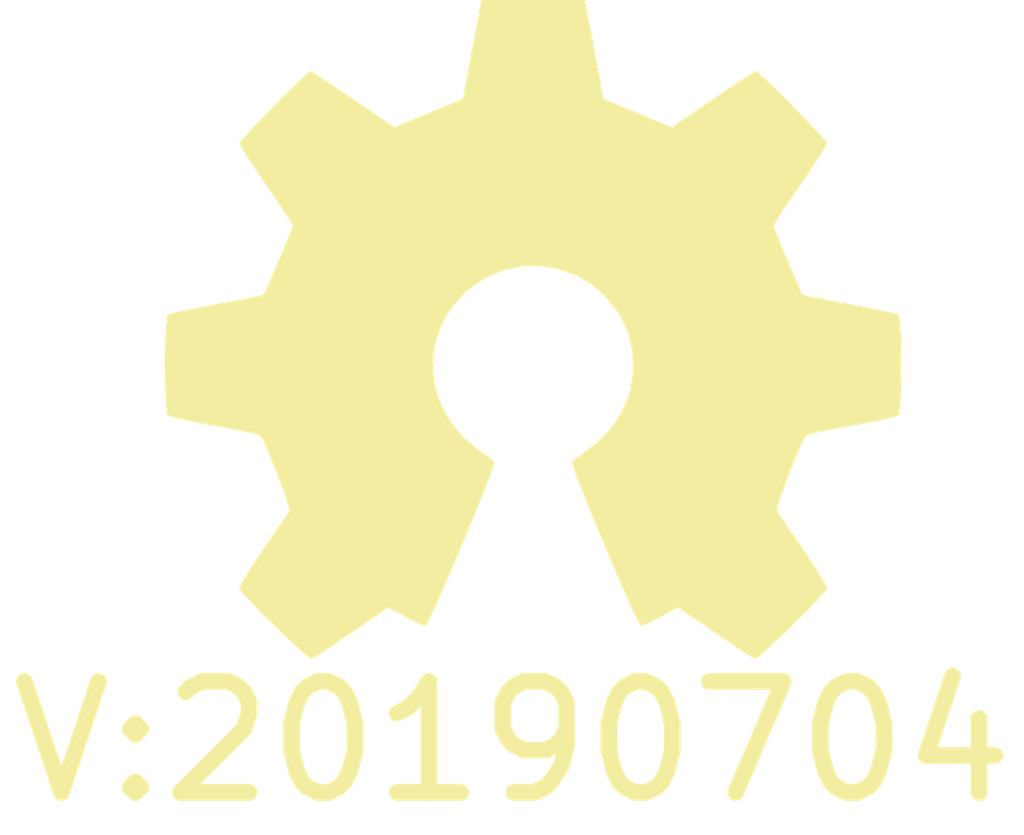
<source format=kicad_pcb>
(kicad_pcb (version 20240108) (generator "pcbnew") (generator_version "8.0")
  (layers (0 "F.Cu" signal) (1 "In1.Cu" signal) (2 "In2.Cu" signal) (31 "B.Cu" signal) (34 "B.Paste" user) (35 "F.Paste" user) (36 "B.SilkS" user "B.Silkscreen") (37 "F.SilkS" user "F.Silkscreen") (38 "B.Mask" user) (39 "F.Mask" user) (44 "Edge.Cuts" user))
  (net 0 "")
  (footprint "Symbols:OSHW-Symbol_6.7x6mm_SilkScreen" (layer "F.Cu") (at 148 101)
    (property "Reference" "N1" (hide yes))
    (property "Value" "OHWLOGO" (hide yes))
    (fp_poly (pts (xy 0.555814 -2.531069) (xy 0.639635 -2.086445) (xy 0.94892 -1.958947) (xy 1.258206 -1.831449) (xy 1.629246 -2.083754) (xy 1.733157 -2.154004) (xy 1.827087 -2.216728) (xy 1.906652 -2.269062) (xy 1.96747 -2.308143) (xy 2.005157 -2.331107) (xy 2.015421 -2.336058) (xy 2.03391 -2.323324) (xy 2.07342 -2.288118) (xy 2.129522 -2.234938) (xy 2.197787 -2.168282) (xy 2.273786 -2.092646) (xy 2.353092 -2.012528) (xy 2.431275 -1.932426) (xy 2.503907 -1.856836) (xy 2.566559 -1.790255) (xy 2.614803 -1.737182) (xy 2.64421 -1.702113) (xy 2.651241 -1.690377) (xy 2.641123 -1.66874) (xy 2.612759 -1.621338) (xy 2.569129 -1.552807) (xy 2.513218 -1.467785) (xy 2.448006 -1.370907) (xy 2.410219 -1.31565) (xy 2.341343 -1.214752) (xy 2.28014 -1.123701) (xy 2.229578 -1.04703) (xy 2.192628 -0.989272) (xy 2.172258 -0.954957) (xy 2.169197 -0.947746) (xy 2.176136 -0.927252) (xy 2.195051 -0.879487) (xy 2.223087 -0.811168) (xy 2.257391 -0.729011) (xy 2.295109 -0.63973) (xy 2.333387 -0.550042) (xy 2.36937 -0.466662) (xy 2.400206 -0.396306) (xy 2.423039 -0.34569) (xy 2.435017 -0.321529) (xy 2.435724 -0.320578) (xy 2.454531 -0.315964) (xy 2.504618 -0.305672) (xy 2.580793 -0.290713) (xy 2.677865 -0.272099) (xy 2.790643 -0.250841) (xy 2.856442 -0.238582) (xy 2.97695 -0.215638) (xy 3.085797 -0.193805) (xy 3.177476 -0.174278) (xy 3.246481 -0.158252) (xy 3.287304 -0.146921) (xy 3.295511 -0.143326) (xy 3.303548 -0.118994) (xy 3.310033 -0.064041) (xy 3.31497 0.015108) (xy 3.318364 0.112026) (xy 3.320218 0.220287) (xy 3.320538 0.333465) (xy 3.319327 0.445135) (xy 3.31659 0.548868) (xy 3.312331 0.638241) (xy 3.306555 0.706826) (xy 3.299267 0.748197) (xy 3.294895 0.75681) (xy 3.268764 0.767133) (xy 3.213393 0.781892) (xy 3.136107 0.799352) (xy 3.04423 0.81778) (xy 3.012158 0.823741) (xy 2.857524 0.852066) (xy 2.735375 0.874876) (xy 2.641673 0.89308) (xy 2.572384 0.907583) (xy 2.523471 0.919292) (xy 2.490897 0.929115) (xy 2.470628 0.937956) (xy 2.458626 0.946724) (xy 2.456947 0.948457) (xy 2.440184 0.976371) (xy 2.414614 1.030695) (xy 2.382788 1.104777) (xy 2.34726 1.191965) (xy 2.310583 1.285608) (xy 2.275311 1.379052) (xy 2.243996 1.465647) (xy 2.219193 1.53874) (xy 2.203454 1.591678) (xy 2.199332 1.617811) (xy 2.199676 1.618726) (xy 2.213641 1.640086) (xy 2.245322 1.687084) (xy 2.291391 1.754827) (xy 2.348518 1.838423) (xy 2.413373 1.932982) (xy 2.431843 1.959854) (xy 2.497699 2.057275) (xy 2.55565 2.146163) (xy 2.602538 2.221412) (xy 2.635207 2.27792) (xy 2.6505 2.310581) (xy 2.651241 2.314593) (xy 2.638392 2.335684) (xy 2.602888 2.377464) (xy 2.549293 2.435445) (xy 2.482171 2.505135) (xy 2.406087 2.582045) (xy 2.325604 2.661683) (xy 2.245287 2.739561) (xy 2.169699 2.811186) (xy 2.103405 2.87207) (xy 2.050969 2.917721) (xy 2.016955 2.94365) (xy 2.007545 2.947883) (xy 1.985643 2.937912) (xy 1.9408 2.91102) (xy 1.880321 2.871736) (xy 1.833789 2.840117) (xy 1.749475 2.782098) (xy 1.649626 2.713784) (xy 1.549473 2.645579) (xy 1.495627 2.609075) (xy 1.313371 2.4858) (xy 1.160381 2.56852) (xy 1.090682 2.604759) (xy 1.031414 2.632926) (xy 0.991311 2.648991) (xy 0.981103 2.651226) (xy 0.968829 2.634722) (xy 0.944613 2.588082) (xy 0.910263 2.515609) (xy 0.867588 2.421606) (xy 0.818394 2.310374) (xy 0.76449 2.186215) (xy 0.707684 2.053432) (xy 0.649782 1.916327) (xy 0.592593 1.779202) (xy 0.537924 1.646358) (xy 0.487584 1.522098) (xy 0.44338 1.410725) (xy 0.407119 1.316539) (xy 0.380609 1.243844) (xy 0.365658 1.196941) (xy 0.363254 1.180833) (xy 0.382311 1.160286) (xy 0.424036 1.126933) (xy 0.479706 1.087702) (xy 0.484378 1.084599) (xy 0.628264 0.969423) (xy 0.744283 0.835053) (xy 0.83143 0.685784) (xy 0.888699 0.525913) (xy 0.915086 0.359737) (xy 0.909585 0.191552) (xy 0.87119 0.025655) (xy 0.798895 -0.133658) (xy 0.777626 -0.168513) (xy 0.666996 -0.309263) (xy 0.536302 -0.422286) (xy 0.390064 -0.506997) (xy 0.232808 -0.562806) (xy 0.069057 -0.589126) (xy -0.096667 -0.58537) (xy -0.259838 -0.55095) (xy -0.415935 -0.485277) (xy -0.560433 -0.387765) (xy -0.605131 -0.348187) (xy -0.718888 -0.224297) (xy -0.801782 -0.093876) (xy -0.858644 0.052315) (xy -0.890313 0.197088) (xy -0.898131 0.35986) (xy -0.872062 0.52344) (xy -0.814755 0.682298) (xy -0.728856 0.830906) (xy -0.617014 0.963735) (xy -0.481877 1.075256) (xy -0.464117 1.087011) (xy -0.40785 1.125508) (xy -0.365077 1.158863) (xy -0.344628 1.18016) (xy -0.344331 1.180833) (xy -0.348721 1.203871) (xy -0.366124 1.256157) (xy -0.394732 1.33339) (xy -0.432735 1.431268) (xy -0.478326 1.545491) (xy -0.529697 1.671758) (xy -0.585038 1.805767) (xy -0.642542 1.943218) (xy -0.700399 2.079808) (xy -0.756802 2.211237) (xy -0.809942 2.333205) (xy -0.85801 2.441409) (xy -0.899199 2.531549) (xy -0.931699 2.599323) (xy -0.953703 2.64043) (xy -0.962564 2.651226) (xy -0.98964 2.642819) (xy -1.040303 2.620272) (xy -1.105817 2.587613) (xy -1.141841 2.56852) (xy -1.294832 2.4858) (xy -1.477088 2.609075) (xy -1.570125 2.672228) (xy -1.671985 2.741727) (xy -1.767438 2.807165) (xy -1.81525 2.840117) (xy -1.882495 2.885273) (xy -1.939436 2.921057) (xy -1.978646 2.942938) (xy -1.991381 2.947563) (xy -2.009917 2.935085) (xy -2.050941 2.900252) (xy -2.110475 2.846678) (xy -2.184542 2.777983) (xy -2.269165 2.697781) (xy -2.322685 2.646286) (xy -2.416319 2.554286) (xy -2.497241 2.471999) (xy -2.562177 2.402945) (xy -2.607858 2.350644) (xy -2.631011 2.318616) (xy -2.633232 2.312116) (xy -2.622924 2.287394) (xy -2.594439 2.237405) (xy -2.550937 2.167212) (xy -2.495577 2.081875) (xy -2.43152 1.986456) (xy -2.413303 1.959854) (xy -2.346927 1.863167) (xy -2.287378 1.776117) (xy -2.237984 1.703595) (xy -2.202075 1.650493) (xy -2.182981 1.621703) (xy -2.181136 1.618726) (xy -2.183895 1.595782) (xy -2.198538 1.545336) (xy -2.222513 1.474041) (xy -2.253266 1.388547) (xy -2.288244 1.295507) (xy -2.324893 1.201574) (xy -2.360661 1.113399) (xy -2.392994 1.037634) (xy -2.419338 0.980931) (xy -2.437142 0.949943) (xy -2.438407 0.948457) (xy -2.449294 0.939601) (xy -2.467682 0.930843) (xy -2.497606 0.921277) (xy -2.543103 0.909996) (xy -2.608209 0.896093) (xy -2.696961 0.878663) (xy -2.813393 0.856798) (xy -2.961542 0.829591) (xy -2.993618 0.823741) (xy -3.088686 0.805374) (xy -3.171565 0.787405) (xy -3.23493 0.771569) (xy -3.271458 0.7596) (xy -3.276356 0.75681) (xy -3.284427 0.732072) (xy -3.290987 0.67679) (xy -3.296033 0.597389) (xy -3.299559 0.500296) (xy -3.301561 0.391938) (xy -3.302036 0.27874) (xy -3.300977 0.167128) (xy -3.298382 0.063529) (xy -3.294246 -0.025632) (xy -3.288563 -0.093928) (xy -3.281331 -0.134934) (xy -3.276971 -0.143326) (xy -3.252698 -0.151792) (xy -3.197426 -0.165565) (xy -3.116662 -0.18345) (xy -3.015912 -0.204252) (xy -2.900683 -0.226777) (xy -2.837902 -0.238582) (xy -2.718787 -0.260849) (xy -2.612565 -0.281021) (xy -2.524427 -0.298085) (xy -2.459566 -0.311031) (xy -2.423174 -0.318845) (xy -2.417184 -0.320578) (xy -2.407061 -0.34011) (xy -2.385662 -0.387157) (xy -2.355839 -0.454997) (xy -2.320445 -0.536909) (xy -2.282332 -0.626172) (xy -2.244353 -0.716065) (xy -2.20936 -0.799865) (xy -2.180206 -0.870853) (xy -2.159743 -0.922306) (xy -2.150823 -0.947503) (xy -2.150657 -0.948604) (xy -2.160769 -0.968481) (xy -2.189117 -1.014223) (xy -2.232723 -1.081283) (xy -2.288606 -1.165116) (xy -2.353787 -1.261174) (xy -2.391679 -1.31635) (xy -2.460725 -1.417519) (xy -2.52205 -1.50937) (xy -2.572663 -1.587256) (xy -2.609571 -1.646531) (xy -2.629782 -1.682549) (xy -2.632701 -1.690623) (xy -2.620153 -1.709416) (xy -2.585463 -1.749543) (xy -2.533063 -1.806507) (xy -2.467384 -1.875815) (xy -2.392856 -1.952969) (xy -2.313913 -2.033475) (xy -2.234983 -2.112837) (xy -2.1605 -2.18656) (xy -2.094894 -2.250148) (xy -2.042596 -2.299106) (xy -2.008039 -2.328939) (xy -1.996478 -2.336058) (xy -1.977654 -2.326047) (xy -1.932631 -2.297922) (xy -1.865787 -2.254546) (xy -1.781499 -2.198782) (xy -1.684144 -2.133494) (xy -1.610707 -2.083754) (xy -1.239667 -1.831449) (xy -0.621095 -2.086445) (xy -0.537275 -2.531069) (xy -0.453454 -2.975693) (xy 0.471994 -2.975693) (xy 0.555814 -2.531069)) (stroke (width 0.01)) (fill solid) (layer "F.SilkS"))
  )
  (footprint "SquantorLabels:Label_version" (layer "F.Cu") (at 148.9 104.8)
    (property "Reference" "N2" (hide yes))
    (property "Value" "20190704" (at -0.4 -0.1 0) (layer "F.SilkS"))
    (fp_text user "V:" (at -4.9 -0.1 0) (layer "F.SilkS"))
  )
)
</source>
